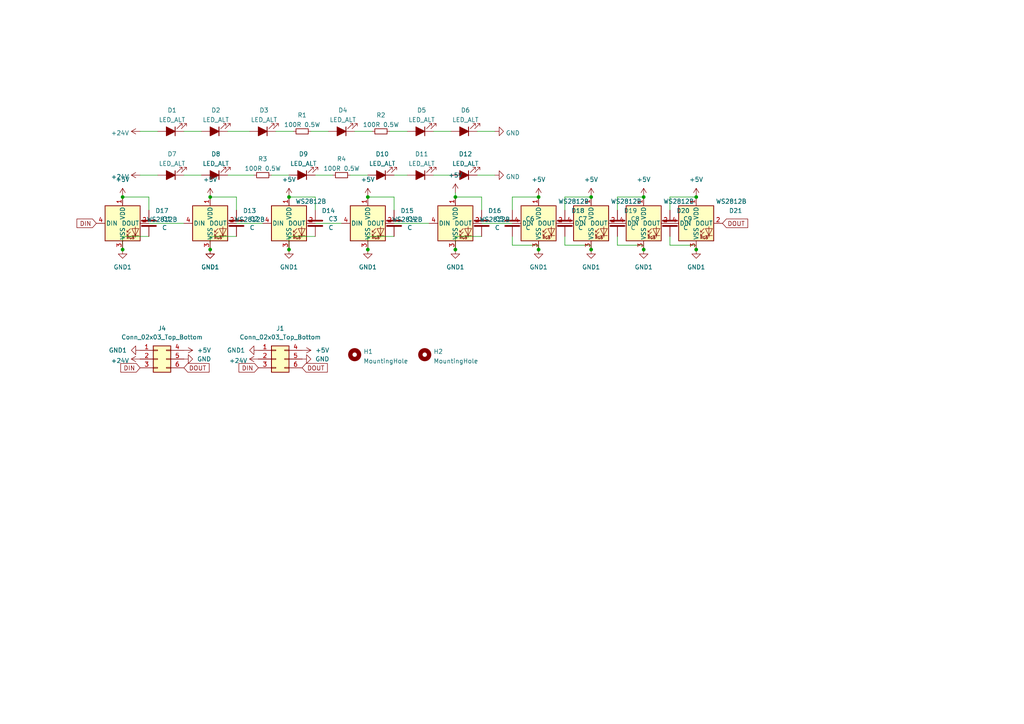
<source format=kicad_sch>
(kicad_sch (version 20230121) (generator eeschema)
  (paper "A4")
  (lib_symbols
    (symbol "Connector_Generic:Conn_02x03_Top_Bottom" (pin_names (offset 1.016) hide)
      (property "Reference" "J" (at 1.27 5.08 0))
      (property "Value" "Conn_02x03_Top_Bottom" (at 1.27 -5.08 0))
      (symbol "Conn_02x03_Top_Bottom_1_1"
        (rectangle (start -1.27 -2.413) (end 0 -2.667) (stroke (width 0.1524)))
        (rectangle (start -1.27 0.127) (end 0 -0.127) (stroke (width 0.1524)))
        (rectangle (start -1.27 2.667) (end 0 2.413) (stroke (width 0.1524)))
        (rectangle (start -1.27 3.81) (end 3.81 -3.81) (stroke (width 0.254)) (fill (type background)))
        (rectangle (start 3.81 -2.413) (end 2.54 -2.667) (stroke (width 0.1524)))
        (rectangle (start 3.81 0.127) (end 2.54 -0.127) (stroke (width 0.1524)))
        (rectangle (start 3.81 2.667) (end 2.54 2.413) (stroke (width 0.1524)))
        (pin passive line (at -5.08 2.54 0) (length 3.81) (name "Pin_1") (number "1"))
        (pin passive line (at -5.08 0 0) (length 3.81) (name "Pin_2") (number "2"))
        (pin passive line (at -5.08 -2.54 0) (length 3.81) (name "Pin_3") (number "3"))
        (pin passive line (at 7.62 2.54 180) (length 3.81) (name "Pin_4") (number "4"))
        (pin passive line (at 7.62 0 180) (length 3.81) (name "Pin_5") (number "5"))
        (pin passive line (at 7.62 -2.54 180) (length 3.81) (name "Pin_6") (number "6"))
      )
    )
    (symbol "Device:C" (pin_numbers hide) (pin_names (offset 0.254))
      (property "Reference" "C" (at 0.635 2.54 0))
      (property "Value" "C" (at 0.635 -2.54 0))
      (symbol "C_0_1"
        (polyline (pts (xy -2.032 -0.762) (xy 2.032 -0.762)) (stroke (width 0.508)))
        (polyline (pts (xy -2.032 0.762) (xy 2.032 0.762)) (stroke (width 0.508)))
      )
      (symbol "C_1_1"
        (pin passive line (at 0 3.81 270) (length 2.794) (name "~") (number "1"))
        (pin passive line (at 0 -3.81 90) (length 2.794) (name "~") (number "2"))
      )
    )
    (symbol "Device:LED_ALT" (pin_numbers hide) (pin_names (offset 1.016) hide)
      (property "Reference" "D" (at 0 2.54 0))
      (property "Value" "LED_ALT" (at 0 -2.54 0))
      (symbol "LED_ALT_0_1"
        (polyline (pts (xy -1.27 -1.27) (xy -1.27 1.27)) (stroke (width 0.254)))
        (polyline (pts (xy -1.27 0) (xy 1.27 0)))
        (polyline (pts (xy 1.27 -1.27) (xy 1.27 1.27) (xy -1.27 0) (xy 1.27 -1.27)) (stroke (width 0.254)) (fill (type outline)))
        (polyline (pts (xy -3.048 -0.762) (xy -4.572 -2.286) (xy -3.81 -2.286) (xy -4.572 -2.286) (xy -4.572 -1.524)))
        (polyline (pts (xy -1.778 -0.762) (xy -3.302 -2.286) (xy -2.54 -2.286) (xy -3.302 -2.286) (xy -3.302 -1.524)))
      )
      (symbol "LED_ALT_1_1"
        (pin passive line (at -3.81 0 0) (length 2.54) (name "K") (number "1"))
        (pin passive line (at 3.81 0 180) (length 2.54) (name "A") (number "2"))
      )
    )
    (symbol "Device:R_Small" (pin_numbers hide) (pin_names (offset 0.254) hide)
      (property "Reference" "R" (at 0.762 0.508 0))
      (property "Value" "R_Small" (at 0.762 -1.016 0))
      (symbol "R_Small_0_1"
        (rectangle (start -0.762 1.778) (end 0.762 -1.778) (stroke (width 0.2032)))
      )
      (symbol "R_Small_1_1"
        (pin passive line (at 0 2.54 270) (length 0.762) (name "~") (number "1"))
        (pin passive line (at 0 -2.54 90) (length 0.762) (name "~") (number "2"))
      )
    )
    (symbol "LED:WS2812B" (pin_names (offset 0.254))
      (property "Reference" "D" (at 5.08 5.715 0))
      (property "Value" "WS2812B" (at 1.27 -5.715 0))
      (symbol "WS2812B_0_0"
        (text "RGB" (at 2.286 -4.191 0) (effects (font (size 0.762 0.762))))
      )
      (symbol "WS2812B_0_1"
        (polyline (pts (xy 1.27 -3.556) (xy 1.778 -3.556)))
        (polyline (pts (xy 1.27 -2.54) (xy 1.778 -2.54)))
        (polyline (pts (xy 4.699 -3.556) (xy 2.667 -3.556)))
        (polyline (pts (xy 2.286 -2.54) (xy 1.27 -3.556) (xy 1.27 -3.048)))
        (polyline (pts (xy 2.286 -1.524) (xy 1.27 -2.54) (xy 1.27 -2.032)))
        (polyline (pts (xy 3.683 -1.016) (xy 3.683 -3.556) (xy 3.683 -4.064)))
        (polyline (pts (xy 4.699 -1.524) (xy 2.667 -1.524) (xy 3.683 -3.556) (xy 4.699 -1.524)))
        (rectangle (start 5.08 5.08) (end -5.08 -5.08) (stroke (width 0.254)) (fill (type background)))
      )
      (symbol "WS2812B_1_1"
        (pin power_in line (at 0 7.62 270) (length 2.54) (name "VDD") (number "1"))
        (pin output line (at 7.62 0 180) (length 2.54) (name "DOUT") (number "2"))
        (pin power_in line (at 0 -7.62 90) (length 2.54) (name "VSS") (number "3"))
        (pin input line (at -7.62 0 0) (length 2.54) (name "DIN") (number "4"))
      )
    )
    (symbol "Mechanical:MountingHole" (pin_names (offset 1.016))
      (property "Reference" "H" (at 0 5.08 0))
      (property "Value" "MountingHole" (at 0 3.175 0))
      (symbol "MountingHole_0_1"
        (circle (center 0 0) (radius 1.27) (stroke (width 1.27)))
      )
    )
    (symbol "power:+24V" (power) (pin_names (offset 0))
      (property "Value" "+24V" (at 0 3.556 0))
      (symbol "+24V_0_1"
        (polyline (pts (xy -0.762 1.27) (xy 0 2.54)))
        (polyline (pts (xy 0 0) (xy 0 2.54)))
        (polyline (pts (xy 0 2.54) (xy 0.762 1.27)))
      )
      (symbol "+24V_1_1"
        (pin power_in line (at 0 0 90) (length 0) hide (name "+24V") (number "1"))
      )
    )
    (symbol "power:+5V" (power) (pin_names (offset 0))
      (property "Value" "+5V" (at 0 3.556 0))
      (symbol "+5V_0_1"
        (polyline (pts (xy -0.762 1.27) (xy 0 2.54)))
        (polyline (pts (xy 0 0) (xy 0 2.54)))
        (polyline (pts (xy 0 2.54) (xy 0.762 1.27)))
      )
      (symbol "+5V_1_1"
        (pin power_in line (at 0 0 90) (length 0) hide (name "+5V") (number "1"))
      )
    )
    (symbol "power:GND" (power) (pin_names (offset 0))
      (property "Value" "GND" (at 0 -3.81 0))
      (symbol "GND_0_1"
        (polyline (pts (xy 0 0) (xy 0 -1.27) (xy 1.27 -1.27) (xy 0 -2.54) (xy -1.27 -1.27) (xy 0 -1.27)))
      )
      (symbol "GND_1_1"
        (pin power_in line (at 0 0 270) (length 0) hide (name "GND") (number "1"))
      )
    )
    (symbol "power:GND1" (power) (pin_names (offset 0))
      (property "Value" "GND1" (at 0 -3.81 0))
      (symbol "GND1_0_1"
        (polyline (pts (xy 0 0) (xy 0 -1.27) (xy 1.27 -1.27) (xy 0 -2.54) (xy -1.27 -1.27) (xy 0 -1.27)))
      )
      (symbol "GND1_1_1"
        (pin power_in line (at 0 0 270) (length 0) hide (name "GND1") (number "1"))
      )
    )
  )
  (junction (at 171.45 57.15))
  (junction (at 83.82 57.15))
  (junction (at 201.93 72.39))
  (junction (at 132.08 72.39))
  (junction (at 83.82 72.39))
  (junction (at 156.21 72.39))
  (junction (at 106.68 57.15))
  (junction (at 186.69 72.39))
  (junction (at 35.56 57.15))
  (junction (at 106.68 72.39))
  (junction (at 60.96 72.39))
  (junction (at 132.08 57.15))
  (junction (at 186.69 57.15))
  (junction (at 35.56 72.39))
  (junction (at 156.21 57.15))
  (junction (at 201.93 57.15))
  (junction (at 171.45 72.39))
  (junction (at 60.96 57.15))
  (wire (pts (xy 132.08 55.88) (xy 132.08 57.15)))
  (wire (pts (xy 179.07 57.15) (xy 186.69 57.15)))
  (wire (pts (xy 139.7 64.77) (xy 148.59 64.77)))
  (wire (pts (xy 148.59 57.15) (xy 156.21 57.15)))
  (wire (pts (xy 83.82 57.15) (xy 91.44 57.15)))
  (wire (pts (xy 125.73 50.8) (xy 130.81 50.8)))
  (wire (pts (xy 114.3 64.77) (xy 124.46 64.77)))
  (wire (pts (xy 106.68 68.58) (xy 106.68 72.39)))
  (wire (pts (xy 68.58 68.58) (xy 60.96 68.58)))
  (wire (pts (xy 148.59 60.96) (xy 148.59 57.15)))
  (wire (pts (xy 114.3 57.15) (xy 114.3 60.96)))
  (wire (pts (xy 68.58 64.77) (xy 76.2 64.77)))
  (wire (pts (xy 132.08 68.58) (xy 132.08 72.39)))
  (wire (pts (xy 179.07 57.15) (xy 179.07 60.96)))
  (wire (pts (xy 156.21 71.12) (xy 156.21 72.39)))
  (wire (pts (xy 43.18 57.15) (xy 43.18 60.96)))
  (wire (pts (xy 35.56 68.58) (xy 35.56 72.39)))
  (wire (pts (xy 138.43 38.1) (xy 143.51 38.1)))
  (wire (pts (xy 68.58 57.15) (xy 68.58 60.96)))
  (wire (pts (xy 35.56 57.15) (xy 43.18 57.15)))
  (wire (pts (xy 66.04 38.1) (xy 72.39 38.1)))
  (wire (pts (xy 201.93 71.12) (xy 201.93 72.39)))
  (wire (pts (xy 114.3 68.58) (xy 106.68 68.58)))
  (wire (pts (xy 179.07 71.12) (xy 186.69 71.12)))
  (wire (pts (xy 163.83 57.15) (xy 163.83 60.96)))
  (wire (pts (xy 163.83 57.15) (xy 171.45 57.15)))
  (wire (pts (xy 125.73 38.1) (xy 130.81 38.1)))
  (wire (pts (xy 163.83 71.12) (xy 171.45 71.12)))
  (wire (pts (xy 148.59 71.12) (xy 156.21 71.12)))
  (wire (pts (xy 53.34 38.1) (xy 58.42 38.1)))
  (wire (pts (xy 91.44 68.58) (xy 83.82 68.58)))
  (wire (pts (xy 91.44 50.8) (xy 96.52 50.8)))
  (wire (pts (xy 43.18 68.58) (xy 35.56 68.58)))
  (wire (pts (xy 139.7 68.58) (xy 132.08 68.58)))
  (wire (pts (xy 186.69 71.12) (xy 186.69 72.39)))
  (wire (pts (xy 91.44 64.77) (xy 99.06 64.77)))
  (wire (pts (xy 91.44 57.15) (xy 91.44 60.96)))
  (wire (pts (xy 78.74 50.8) (xy 83.82 50.8)))
  (wire (pts (xy 101.6 50.8) (xy 106.68 50.8)))
  (wire (pts (xy 148.59 68.58) (xy 148.59 71.12)))
  (wire (pts (xy 114.3 50.8) (xy 118.11 50.8)))
  (wire (pts (xy 138.43 50.8) (xy 143.51 50.8)))
  (wire (pts (xy 194.31 68.58) (xy 194.31 71.12)))
  (wire (pts (xy 132.08 57.15) (xy 139.7 57.15)))
  (wire (pts (xy 194.31 57.15) (xy 201.93 57.15)))
  (wire (pts (xy 40.64 38.1) (xy 45.72 38.1)))
  (wire (pts (xy 102.87 38.1) (xy 107.95 38.1)))
  (wire (pts (xy 90.17 38.1) (xy 95.25 38.1)))
  (wire (pts (xy 171.45 71.12) (xy 171.45 72.39)))
  (wire (pts (xy 43.18 64.77) (xy 53.34 64.77)))
  (wire (pts (xy 179.07 68.58) (xy 179.07 71.12)))
  (wire (pts (xy 53.34 50.8) (xy 58.42 50.8)))
  (wire (pts (xy 194.31 71.12) (xy 201.93 71.12)))
  (wire (pts (xy 139.7 57.15) (xy 139.7 60.96)))
  (wire (pts (xy 106.68 57.15) (xy 114.3 57.15)))
  (wire (pts (xy 66.04 50.8) (xy 73.66 50.8)))
  (wire (pts (xy 40.64 50.8) (xy 45.72 50.8)))
  (wire (pts (xy 60.96 68.58) (xy 60.96 72.39)))
  (wire (pts (xy 194.31 57.15) (xy 194.31 60.96)))
  (wire (pts (xy 113.03 38.1) (xy 118.11 38.1)))
  (wire (pts (xy 163.83 68.58) (xy 163.83 71.12)))
  (wire (pts (xy 60.96 57.15) (xy 68.58 57.15)))
  (wire (pts (xy 83.82 68.58) (xy 83.82 72.39)))
  (wire (pts (xy 80.01 38.1) (xy 85.09 38.1)))
  (global_label "DOUT" (shape input) (at 53.34 106.68 0) (property "Intersheetrefs" "${INTERSHEET_REFS}" (effects hide)))
  (global_label "DIN" (shape input) (at 40.64 106.68 180) (property "Intersheetrefs" "${INTERSHEET_REFS}" (effects hide)))
  (global_label "DIN" (shape input) (at 74.93 106.68 180) (property "Intersheetrefs" "${INTERSHEET_REFS}" (effects hide)))
  (global_label "DOUT" (shape input) (at 87.63 106.68 0) (property "Intersheetrefs" "${INTERSHEET_REFS}" (effects hide)))
  (global_label "DIN" (shape input) (at 27.94 64.77 180) (property "Intersheetrefs" "${INTERSHEET_REFS}" (effects hide)))
  (global_label "DOUT" (shape input) (at 209.55 64.77 0) (property "Intersheetrefs" "${INTERSHEET_REFS}" (effects hide)))
  (symbol (lib_id "power:GND1") (at 60.96 72.39 0) (unit 1)
    (property "Reference" "#PWR09" (effects hide))
    (property "Value" "GND1" (at 60.96 77.47 0))
  )
  (symbol (lib_id "power:GND1") (at 74.93 101.6 270) (unit 1)
    (property "Reference" "#PWR018" (effects hide))
    (property "Value" "GND1" (at 71.12 101.6 90) (effects (justify right)))
  )
  (symbol (lib_id "Device:LED_ALT") (at 62.23 50.8 180) (unit 1)
    (property "Reference" "D8" (at 62.6109 44.6745 0))
    (property "Value" "LED_ALT" (at 62.6109 47.4496 0))
    (property "Footprint" "Daylight:LED_PLCC_2835_Handsoldering" (effects hide))
    (property "LCSC" "C182223" (effects hide))
  )
  (symbol (lib_id "power:GND1") (at 106.68 72.39 0) (unit 1)
    (property "Reference" "#PWR06" (effects hide))
    (property "Value" "GND1" (at 106.68 77.47 0))
  )
  (symbol (lib_id "power:GND") (at 143.51 50.8 90) (unit 1)
    (property "Reference" "#PWR0102" (effects hide))
    (property "Value" "GND" (at 146.685 51.279 90) (effects (justify right)))
  )
  (symbol (lib_id "LED:WS2812B") (at 171.45 64.77 0) (unit 1)
    (property "Reference" "D19" (at 182.88 61.1221 0))
    (property "Value" "WS2812B" (at 181.61 58.42 0))
    (property "Footprint" "LED_SMD:LED_WS2812B_PLCC4_5.0x5.0mm_P3.2mm" (effects hide))
    (property "Datasheet" "https://cdn-shop.adafruit.com/datasheets/WS2812B.pdf" (effects hide))
  )
  (symbol (lib_id "power:+5V") (at 83.82 57.15 0) (unit 1)
    (property "Reference" "#PWR02" (effects hide))
    (property "Value" "+5V" (at 83.82 52.07 0))
  )
  (symbol (lib_id "Device:LED_ALT") (at 76.2 38.1 180) (unit 1)
    (property "Reference" "D3" (at 76.5809 31.9745 0))
    (property "Value" "LED_ALT" (at 76.5809 34.7496 0))
    (property "Footprint" "Daylight:LED_PLCC_2835_Handsoldering" (effects hide))
    (property "LCSC" "C182223" (effects hide))
  )
  (symbol (lib_id "power:+5V") (at 171.45 57.15 0) (unit 1)
    (property "Reference" "#PWR022" (effects hide))
    (property "Value" "+5V" (at 171.45 52.07 0))
  )
  (symbol (lib_id "power:GND") (at 53.34 104.14 90) (unit 1)
    (property "Reference" "#PWR014" (effects hide))
    (property "Value" "GND" (at 57.15 104.14 90) (effects (justify right)))
  )
  (symbol (lib_id "Device:LED_ALT") (at 87.63 50.8 180) (unit 1)
    (property "Reference" "D9" (at 88.0109 44.6745 0))
    (property "Value" "LED_ALT" (at 88.0109 47.4496 0))
    (property "Footprint" "Daylight:LED_PLCC_2835_Handsoldering" (effects hide))
    (property "LCSC" "C182223" (effects hide))
  )
  (symbol (lib_id "Device:C") (at 179.07 64.77 0) (unit 1)
    (property "Reference" "C8" (at 182.88 63.5 0) (effects (justify left)))
    (property "Value" "C" (at 182.88 66.04 0) (effects (justify left)))
    (property "Footprint" "Capacitor_SMD:C_0603_1608Metric" (effects hide))
  )
  (symbol (lib_id "Device:LED_ALT") (at 62.23 38.1 180) (unit 1)
    (property "Reference" "D2" (at 62.6109 31.9745 0))
    (property "Value" "LED_ALT" (at 62.6109 34.7496 0))
    (property "Footprint" "Daylight:LED_PLCC_2835_Handsoldering" (effects hide))
    (property "LCSC" "C182223" (effects hide))
  )
  (symbol (lib_id "LED:WS2812B") (at 60.96 64.77 0) (unit 1)
    (property "Reference" "D13" (at 72.39 61.1221 0))
    (property "Value" "WS2812B" (at 72.39 63.6621 0))
    (property "Footprint" "LED_SMD:LED_WS2812B_PLCC4_5.0x5.0mm_P3.2mm" (effects hide))
    (property "Datasheet" "https://cdn-shop.adafruit.com/datasheets/WS2812B.pdf" (effects hide))
  )
  (symbol (lib_id "Device:R_Small") (at 76.2 50.8 270) (unit 1)
    (property "Reference" "R3" (at 76.2 46.0969 90))
    (property "Value" "100R 0.5W" (at 76.2 48.872 90))
    (property "Footprint" "Daylight:R_1210_3225Metric_Pad1.30x2.65mm_HandSolder" (effects hide))
    (property "LCSC" "C137089" (effects hide))
  )
  (symbol (lib_id "Device:LED_ALT") (at 121.92 50.8 180) (unit 1)
    (property "Reference" "D11" (at 122.3009 44.6745 0))
    (property "Value" "LED_ALT" (at 122.3009 47.4496 0))
    (property "Footprint" "Daylight:LED_PLCC_2835_Handsoldering" (effects hide))
    (property "LCSC" "C182223" (effects hide))
  )
  (symbol (lib_id "LED:WS2812B") (at 83.82 64.77 0) (unit 1)
    (property "Reference" "D14" (at 95.25 61.1221 0))
    (property "Value" "WS2812B" (at 90.17 58.42 0))
    (property "Footprint" "LED_SMD:LED_WS2812B_PLCC4_5.0x5.0mm_P3.2mm" (effects hide))
    (property "Datasheet" "https://cdn-shop.adafruit.com/datasheets/WS2812B.pdf" (effects hide))
  )
  (symbol (lib_id "power:+24V") (at 40.64 50.8 90) (unit 1)
    (property "Reference" "#PWR0105" (effects hide))
    (property "Value" "+24V" (at 37.465 51.279 90) (effects (justify left)))
  )
  (symbol (lib_id "power:+5V") (at 132.08 55.88 0) (unit 1)
    (property "Reference" "#PWR04" (effects hide))
    (property "Value" "+5V" (at 132.08 50.8 0))
  )
  (symbol (lib_id "Mechanical:MountingHole") (at 123.19 102.87 0) (unit 1)
    (property "Reference" "H2" (at 125.73 101.9615 0) (effects (justify left)))
    (property "Value" "MountingHole" (at 125.73 104.7366 0) (effects (justify left)))
    (property "Footprint" "MountingHole:MountingHole_3.2mm_M3_Pad_Via" (effects hide))
  )
  (symbol (lib_id "power:GND1") (at 186.69 72.39 0) (unit 1)
    (property "Reference" "#PWR025" (effects hide))
    (property "Value" "GND1" (at 186.69 77.47 0))
  )
  (symbol (lib_id "power:GND") (at 87.63 104.14 90) (unit 1)
    (property "Reference" "#PWR020" (effects hide))
    (property "Value" "GND" (at 91.44 104.14 90) (effects (justify right)))
  )
  (symbol (lib_id "power:+5V") (at 106.68 57.15 0) (unit 1)
    (property "Reference" "#PWR03" (effects hide))
    (property "Value" "+5V" (at 106.68 52.07 0))
  )
  (symbol (lib_id "Device:C") (at 91.44 64.77 0) (unit 1)
    (property "Reference" "C3" (at 95.25 63.5 0) (effects (justify left)))
    (property "Value" "C" (at 95.25 66.04 0) (effects (justify left)))
    (property "Footprint" "Capacitor_SMD:C_0603_1608Metric" (effects hide))
  )
  (symbol (lib_id "Device:LED_ALT") (at 49.53 38.1 180) (unit 1)
    (property "Reference" "D1" (at 49.9109 31.9745 0))
    (property "Value" "LED_ALT" (at 49.9109 34.7496 0))
    (property "Footprint" "Daylight:LED_PLCC_2835_Handsoldering" (effects hide))
    (property "LCSC" "C182223" (effects hide))
  )
  (symbol (lib_id "Device:LED_ALT") (at 134.62 38.1 180) (unit 1)
    (property "Reference" "D6" (at 135.0009 31.9745 0))
    (property "Value" "LED_ALT" (at 135.0009 34.7496 0))
    (property "Footprint" "Daylight:LED_PLCC_2835_Handsoldering" (effects hide))
    (property "LCSC" "C182223" (effects hide))
  )
  (symbol (lib_id "Device:C") (at 68.58 64.77 0) (unit 1)
    (property "Reference" "C2" (at 72.39 63.5 0) (effects (justify left)))
    (property "Value" "C" (at 72.39 66.04 0) (effects (justify left)))
    (property "Footprint" "Capacitor_SMD:C_0603_1608Metric" (effects hide))
  )
  (symbol (lib_id "LED:WS2812B") (at 186.69 64.77 0) (unit 1)
    (property "Reference" "D20" (at 198.12 61.1221 0))
    (property "Value" "WS2812B" (at 196.85 58.42 0))
    (property "Footprint" "LED_SMD:LED_WS2812B_PLCC4_5.0x5.0mm_P3.2mm" (effects hide))
    (property "Datasheet" "https://cdn-shop.adafruit.com/datasheets/WS2812B.pdf" (effects hide))
  )
  (symbol (lib_id "Device:C") (at 139.7 64.77 0) (unit 1)
    (property "Reference" "C5" (at 143.51 63.5 0) (effects (justify left)))
    (property "Value" "C" (at 143.51 66.04 0) (effects (justify left)))
    (property "Footprint" "Capacitor_SMD:C_0603_1608Metric" (effects hide))
  )
  (symbol (lib_id "power:GND1") (at 40.64 101.6 270) (unit 1)
    (property "Reference" "#PWR016" (effects hide))
    (property "Value" "GND1" (at 36.83 101.6 90) (effects (justify right)))
  )
  (symbol (lib_id "power:GND1") (at 83.82 72.39 0) (unit 1)
    (property "Reference" "#PWR07" (effects hide))
    (property "Value" "GND1" (at 83.82 77.47 0))
  )
  (symbol (lib_id "power:+5V") (at 201.93 57.15 0) (unit 1)
    (property "Reference" "#PWR026" (effects hide))
    (property "Value" "+5V" (at 201.93 52.07 0))
  )
  (symbol (lib_id "power:+5V") (at 87.63 101.6 270) (unit 1)
    (property "Reference" "#PWR021" (effects hide))
    (property "Value" "+5V" (at 91.44 101.6 90) (effects (justify left)))
  )
  (symbol (lib_id "power:+24V") (at 40.64 104.14 90) (unit 1)
    (property "Reference" "#PWR017" (effects hide))
    (property "Value" "+24V" (at 37.465 104.619 90) (effects (justify left)))
  )
  (symbol (lib_id "power:GND1") (at 156.21 72.39 0) (unit 1)
    (property "Reference" "#PWR012" (effects hide))
    (property "Value" "GND1" (at 156.21 77.47 0))
  )
  (symbol (lib_id "LED:WS2812B") (at 132.08 64.77 0) (unit 1)
    (property "Reference" "D16" (at 143.51 61.1221 0))
    (property "Value" "WS2812B" (at 143.51 63.6621 0))
    (property "Footprint" "LED_SMD:LED_WS2812B_PLCC4_5.0x5.0mm_P3.2mm" (effects hide))
    (property "Datasheet" "https://cdn-shop.adafruit.com/datasheets/WS2812B.pdf" (effects hide))
  )
  (symbol (lib_id "Device:LED_ALT") (at 134.62 50.8 180) (unit 1)
    (property "Reference" "D12" (at 135.0009 44.6745 0))
    (property "Value" "LED_ALT" (at 135.0009 47.4496 0))
    (property "Footprint" "Daylight:LED_PLCC_2835_Handsoldering" (effects hide))
    (property "LCSC" "C182223" (effects hide))
  )
  (symbol (lib_id "power:GND1") (at 35.56 72.39 0) (unit 1)
    (property "Reference" "#PWR011" (effects hide))
    (property "Value" "GND1" (at 35.56 77.47 0))
  )
  (symbol (lib_id "Device:LED_ALT") (at 99.06 38.1 180) (unit 1)
    (property "Reference" "D4" (at 99.4409 31.9745 0))
    (property "Value" "LED_ALT" (at 99.4409 34.7496 0))
    (property "Footprint" "Daylight:LED_PLCC_2835_Handsoldering" (effects hide))
    (property "LCSC" "C182223" (effects hide))
  )
  (symbol (lib_id "Device:LED_ALT") (at 121.92 38.1 180) (unit 1)
    (property "Reference" "D5" (at 122.3009 31.9745 0))
    (property "Value" "LED_ALT" (at 122.3009 34.7496 0))
    (property "Footprint" "Daylight:LED_PLCC_2835_Handsoldering" (effects hide))
    (property "LCSC" "C182223" (effects hide))
  )
  (symbol (lib_id "power:GND") (at 143.51 38.1 90) (unit 1)
    (property "Reference" "#PWR0101" (effects hide))
    (property "Value" "GND" (at 146.685 38.579 90) (effects (justify right)))
  )
  (symbol (lib_id "Device:R_Small") (at 87.63 38.1 270) (unit 1)
    (property "Reference" "R1" (at 87.63 33.3969 90))
    (property "Value" "100R 0.5W" (at 87.63 36.172 90))
    (property "Footprint" "Daylight:R_1210_3225Metric_Pad1.30x2.65mm_HandSolder" (effects hide))
    (property "LCSC" "C137089" (effects hide))
  )
  (symbol (lib_id "Connector_Generic:Conn_02x03_Top_Bottom") (at 80.01 104.14 0) (unit 1)
    (property "Reference" "J1" (at 81.28 95.25 0))
    (property "Value" "Conn_02x03_Top_Bottom" (at 81.28 97.79 0))
    (property "Footprint" "Connector_Molex:Molex_Nano-Fit_105314-xx06_2x03_P2.50mm_Horizontal" (effects hide))
  )
  (symbol (lib_id "Device:C") (at 194.31 64.77 0) (unit 1)
    (property "Reference" "C9" (at 198.12 63.5 0) (effects (justify left)))
    (property "Value" "C" (at 198.12 66.04 0) (effects (justify left)))
    (property "Footprint" "Capacitor_SMD:C_0603_1608Metric" (effects hide))
  )
  (symbol (lib_id "LED:WS2812B") (at 106.68 64.77 0) (unit 1)
    (property "Reference" "D15" (at 118.11 61.1221 0))
    (property "Value" "WS2812B" (at 118.11 63.6621 0))
    (property "Footprint" "LED_SMD:LED_WS2812B_PLCC4_5.0x5.0mm_P3.2mm" (effects hide))
    (property "Datasheet" "https://cdn-shop.adafruit.com/datasheets/WS2812B.pdf" (effects hide))
  )
  (symbol (lib_id "power:GND1") (at 201.93 72.39 0) (unit 1)
    (property "Reference" "#PWR027" (effects hide))
    (property "Value" "GND1" (at 201.93 77.47 0))
  )
  (symbol (lib_id "power:+5V") (at 53.34 101.6 270) (unit 1)
    (property "Reference" "#PWR015" (effects hide))
    (property "Value" "+5V" (at 57.15 101.6 90) (effects (justify left)))
  )
  (symbol (lib_id "power:+5V") (at 35.56 57.15 0) (unit 1)
    (property "Reference" "#PWR010" (effects hide))
    (property "Value" "+5V" (at 35.56 52.07 0))
  )
  (symbol (lib_id "Device:C") (at 148.59 64.77 0) (unit 1)
    (property "Reference" "C6" (at 152.4 63.5 0) (effects (justify left)))
    (property "Value" "C" (at 152.4 66.04 0) (effects (justify left)))
    (property "Footprint" "Capacitor_SMD:C_0603_1608Metric" (effects hide))
  )
  (symbol (lib_id "power:+5V") (at 156.21 57.15 0) (unit 1)
    (property "Reference" "#PWR013" (effects hide))
    (property "Value" "+5V" (at 156.21 52.07 0))
  )
  (symbol (lib_id "Device:R_Small") (at 110.49 38.1 270) (unit 1)
    (property "Reference" "R2" (at 110.49 33.3969 90))
    (property "Value" "100R 0.5W" (at 110.49 36.172 90))
    (property "Footprint" "Daylight:R_1210_3225Metric_Pad1.30x2.65mm_HandSolder" (effects hide))
    (property "LCSC" "C137089" (effects hide))
  )
  (symbol (lib_id "power:+24V") (at 40.64 38.1 90) (unit 1)
    (property "Reference" "#PWR0104" (effects hide))
    (property "Value" "+24V" (at 37.465 38.579 90) (effects (justify left)))
  )
  (symbol (lib_id "LED:WS2812B") (at 35.56 64.77 0) (unit 1)
    (property "Reference" "D17" (at 46.99 61.1221 0))
    (property "Value" "WS2812B" (at 46.99 63.6621 0))
    (property "Footprint" "LED_SMD:LED_WS2812B_PLCC4_5.0x5.0mm_P3.2mm" (effects hide))
    (property "Datasheet" "https://cdn-shop.adafruit.com/datasheets/WS2812B.pdf" (effects hide))
  )
  (symbol (lib_id "LED:WS2812B") (at 156.21 64.77 0) (unit 1)
    (property "Reference" "D18" (at 167.64 61.1221 0))
    (property "Value" "WS2812B" (at 166.37 58.42 0))
    (property "Footprint" "LED_SMD:LED_WS2812B_PLCC4_5.0x5.0mm_P3.2mm" (effects hide))
    (property "Datasheet" "https://cdn-shop.adafruit.com/datasheets/WS2812B.pdf" (effects hide))
  )
  (symbol (lib_id "Device:C") (at 43.18 64.77 0) (unit 1)
    (property "Reference" "C1" (at 46.99 63.5 0) (effects (justify left)))
    (property "Value" "C" (at 46.99 66.04 0) (effects (justify left)))
    (property "Footprint" "Capacitor_SMD:C_0603_1608Metric" (effects hide))
  )
  (symbol (lib_id "Mechanical:MountingHole") (at 102.87 102.87 0) (unit 1)
    (property "Reference" "H1" (at 105.41 101.9615 0) (effects (justify left)))
    (property "Value" "MountingHole" (at 105.41 104.7366 0) (effects (justify left)))
    (property "Footprint" "MountingHole:MountingHole_3.2mm_M3_Pad_Via" (effects hide))
  )
  (symbol (lib_id "power:+5V") (at 186.69 57.15 0) (unit 1)
    (property "Reference" "#PWR024" (effects hide))
    (property "Value" "+5V" (at 186.69 52.07 0))
  )
  (symbol (lib_id "power:GND1") (at 60.96 72.39 0) (unit 1)
    (property "Reference" "#PWR08" (effects hide))
    (property "Value" "GND1" (at 60.96 77.47 0))
  )
  (symbol (lib_id "power:+5V") (at 60.96 57.15 0) (unit 1)
    (property "Reference" "#PWR01" (effects hide))
    (property "Value" "+5V" (at 60.96 52.07 0))
  )
  (symbol (lib_id "Device:R_Small") (at 99.06 50.8 270) (unit 1)
    (property "Reference" "R4" (at 99.06 46.0969 90))
    (property "Value" "100R 0.5W" (at 99.06 48.872 90))
    (property "Footprint" "Daylight:R_1210_3225Metric_Pad1.30x2.65mm_HandSolder" (effects hide))
    (property "LCSC" "C137089" (effects hide))
  )
  (symbol (lib_id "Device:LED_ALT") (at 49.53 50.8 180) (unit 1)
    (property "Reference" "D7" (at 49.9109 44.6745 0))
    (property "Value" "LED_ALT" (at 49.9109 47.4496 0))
    (property "Footprint" "Daylight:LED_PLCC_2835_Handsoldering" (effects hide))
    (property "LCSC" "C182223" (effects hide))
  )
  (symbol (lib_id "LED:WS2812B") (at 201.93 64.77 0) (unit 1)
    (property "Reference" "D21" (at 213.36 61.1221 0))
    (property "Value" "WS2812B" (at 212.09 58.42 0))
    (property "Footprint" "LED_SMD:LED_WS2812B_PLCC4_5.0x5.0mm_P3.2mm" (effects hide))
    (property "Datasheet" "https://cdn-shop.adafruit.com/datasheets/WS2812B.pdf" (effects hide))
  )
  (symbol (lib_id "Device:C") (at 114.3 64.77 0) (unit 1)
    (property "Reference" "C4" (at 118.11 63.5 0) (effects (justify left)))
    (property "Value" "C" (at 118.11 66.04 0) (effects (justify left)))
    (property "Footprint" "Capacitor_SMD:C_0603_1608Metric" (effects hide))
  )
  (symbol (lib_id "power:GND1") (at 132.08 72.39 0) (unit 1)
    (property "Reference" "#PWR05" (effects hide))
    (property "Value" "GND1" (at 132.08 77.47 0))
  )
  (symbol (lib_id "power:+24V") (at 74.93 104.14 90) (unit 1)
    (property "Reference" "#PWR019" (effects hide))
    (property "Value" "+24V" (at 71.755 104.619 90) (effects (justify left)))
  )
  (symbol (lib_id "Device:LED_ALT") (at 110.49 50.8 180) (unit 1)
    (property "Reference" "D10" (at 110.8709 44.6745 0))
    (property "Value" "LED_ALT" (at 110.8709 47.4496 0))
    (property "Footprint" "Daylight:LED_PLCC_2835_Handsoldering" (effects hide))
    (property "LCSC" "C182223" (effects hide))
  )
  (symbol (lib_id "power:GND1") (at 171.45 72.39 0) (unit 1)
    (property "Reference" "#PWR023" (effects hide))
    (property "Value" "GND1" (at 171.45 77.47 0))
  )
  (symbol (lib_id "Connector_Generic:Conn_02x03_Top_Bottom") (at 45.72 104.14 0) (unit 1)
    (property "Reference" "J4" (at 46.99 95.25 0))
    (property "Value" "Conn_02x03_Top_Bottom" (at 46.99 97.79 0))
    (property "Footprint" "Connector_Molex:Molex_Nano-Fit_105314-xx06_2x03_P2.50mm_Horizontal" (effects hide))
  )
  (symbol (lib_id "Device:C") (at 163.83 64.77 0) (unit 1)
    (property "Reference" "C7" (at 167.64 63.5 0) (effects (justify left)))
    (property "Value" "C" (at 167.64 66.04 0) (effects (justify left)))
    (property "Footprint" "Capacitor_SMD:C_0603_1608Metric" (effects hide))
  )
)
</source>
